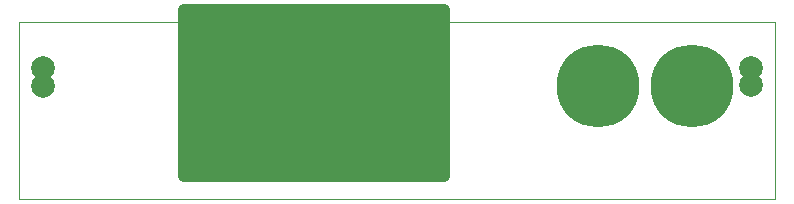
<source format=gtl>
G75*
%MOIN*%
%OFA0B0*%
%FSLAX25Y25*%
%IPPOS*%
%LPD*%
%AMOC8*
5,1,8,0,0,1.08239X$1,22.5*
%
%ADD10C,0.00000*%
%ADD11C,0.27559*%
%ADD12C,0.07874*%
%ADD13C,0.03937*%
D10*
X0002968Y0001985D02*
X0002968Y0061040D01*
X0254936Y0061040D01*
X0254936Y0001985D01*
X0002968Y0001985D01*
D11*
X0079591Y0037252D03*
X0195850Y0039858D03*
X0227378Y0039839D03*
D12*
X0247063Y0039862D03*
X0247055Y0045776D03*
X0138803Y0045776D03*
X0119102Y0045764D03*
X0119118Y0039870D03*
X0138787Y0039862D03*
X0010835Y0039850D03*
X0010835Y0045783D03*
D13*
X0058087Y0045279D02*
X0144701Y0045279D01*
X0144701Y0041344D02*
X0058087Y0041344D01*
X0058087Y0037408D02*
X0144701Y0037408D01*
X0144701Y0033473D02*
X0058087Y0033473D01*
X0058087Y0029537D02*
X0144701Y0029537D01*
X0144701Y0025602D02*
X0058087Y0025602D01*
X0058087Y0021666D02*
X0144701Y0021666D01*
X0144701Y0017731D02*
X0058087Y0017731D01*
X0058087Y0013795D02*
X0144701Y0013795D01*
X0144701Y0009860D02*
X0058087Y0009860D01*
X0058087Y0009858D02*
X0058087Y0064976D01*
X0144701Y0064976D01*
X0144701Y0009858D01*
X0058087Y0009858D01*
X0058087Y0049215D02*
X0144701Y0049215D01*
X0144701Y0053150D02*
X0058087Y0053150D01*
X0058087Y0057086D02*
X0144701Y0057086D01*
X0144701Y0061022D02*
X0058087Y0061022D01*
X0058087Y0064957D02*
X0144701Y0064957D01*
M02*

</source>
